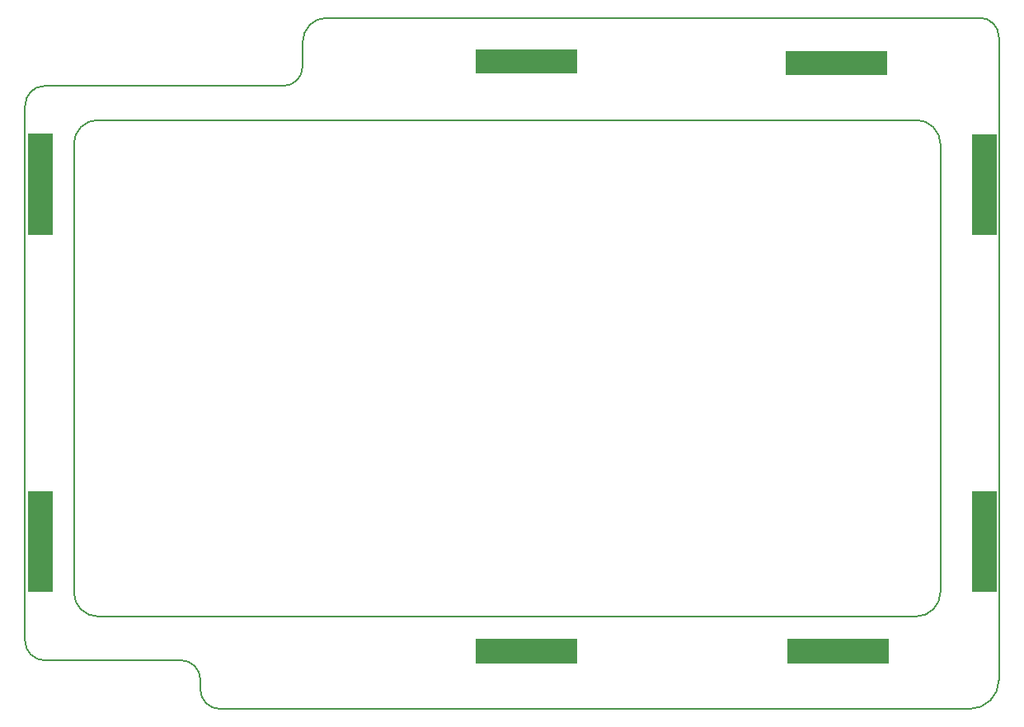
<source format=gbr>
%TF.GenerationSoftware,KiCad,Pcbnew,5.0.1*%
%TF.CreationDate,2019-01-19T14:59:23-06:00*%
%TF.ProjectId,NFCJig-TOP,4E46434A69672D544F502E6B69636164,rev?*%
%TF.SameCoordinates,Original*%
%TF.FileFunction,Soldermask,Top*%
%TF.FilePolarity,Negative*%
%FSLAX46Y46*%
G04 Gerber Fmt 4.6, Leading zero omitted, Abs format (unit mm)*
G04 Created by KiCad (PCBNEW 5.0.1) date Sat 19 Jan 2019 02:59:23 PM CST*
%MOMM*%
%LPD*%
G01*
G04 APERTURE LIST*
%ADD10C,0.150000*%
%ADD11C,0.100000*%
G04 APERTURE END LIST*
D10*
X127000000Y-134000000D02*
X204000000Y-134000000D01*
X107000000Y-127000000D02*
X107000000Y-126000000D01*
X109000000Y-129000000D02*
X110500000Y-129000000D01*
X109000000Y-129000000D02*
G75*
G02X107000000Y-127000000I0J2000000D01*
G01*
X123000000Y-129000000D02*
X110500000Y-129000000D01*
X107000000Y-72000000D02*
X107000000Y-126000000D01*
X125000000Y-132000000D02*
X125000000Y-131000000D01*
X123000000Y-129000000D02*
G75*
G02X125000000Y-131000000I0J-2000000D01*
G01*
X127000000Y-134000000D02*
G75*
G02X125000000Y-132000000I0J2000000D01*
G01*
X207000000Y-65000000D02*
X207000000Y-67000000D01*
X205000000Y-63000000D02*
X203500000Y-63000000D01*
X205000000Y-63000000D02*
G75*
G02X207000000Y-65000000I0J-2000000D01*
G01*
X203000000Y-63000000D02*
X203500000Y-63000000D01*
X138000000Y-63000000D02*
X203000000Y-63000000D01*
X135500000Y-68000000D02*
X135500000Y-65500000D01*
X135500000Y-65500000D02*
G75*
G02X138000000Y-63000000I2500000J0D01*
G01*
X107000000Y-72000000D02*
G75*
G02X109000000Y-70000000I2000000J0D01*
G01*
X109000000Y-70000000D02*
X110500000Y-70000000D01*
X133500000Y-70000000D02*
X110500000Y-70000000D01*
X135500000Y-68000000D02*
G75*
G02X133500000Y-70000000I-2000000J0D01*
G01*
X112000000Y-76000000D02*
G75*
G02X114500000Y-73500000I2500000J0D01*
G01*
X114500000Y-73500000D02*
X198500000Y-73500000D01*
X207000000Y-67000000D02*
X207000000Y-131000000D01*
X207000000Y-131000000D02*
G75*
G02X204000000Y-134000000I-3000000J0D01*
G01*
X112000000Y-122000000D02*
X112000000Y-76000000D01*
X198500000Y-124500000D02*
X114500000Y-124500000D01*
X201000000Y-76000000D02*
X201000000Y-122000000D01*
X201000000Y-122000000D02*
G75*
G02X198500000Y-124500000I-2500000J0D01*
G01*
X114500000Y-124500000D02*
G75*
G02X112000000Y-122000000I0J2500000D01*
G01*
X198500000Y-73500000D02*
G75*
G02X201000000Y-76000000I0J-2500000D01*
G01*
D11*
G36*
X195700000Y-129300000D02*
X185300000Y-129300000D01*
X185300000Y-126800000D01*
X195700000Y-126800000D01*
X195700000Y-129300000D01*
X195700000Y-129300000D01*
G37*
G36*
X163650000Y-129300000D02*
X153250000Y-129300000D01*
X153250000Y-126800000D01*
X163650000Y-126800000D01*
X163650000Y-129300000D01*
X163650000Y-129300000D01*
G37*
G36*
X206750000Y-122000000D02*
X204250000Y-122000000D01*
X204250000Y-111600000D01*
X206750000Y-111600000D01*
X206750000Y-122000000D01*
X206750000Y-122000000D01*
G37*
G36*
X109800000Y-122000000D02*
X107300000Y-122000000D01*
X107300000Y-111600000D01*
X109800000Y-111600000D01*
X109800000Y-122000000D01*
X109800000Y-122000000D01*
G37*
G36*
X206750000Y-85350000D02*
X204250000Y-85350000D01*
X204250000Y-74950000D01*
X206750000Y-74950000D01*
X206750000Y-85350000D01*
X206750000Y-85350000D01*
G37*
G36*
X109800000Y-85300000D02*
X107300000Y-85300000D01*
X107300000Y-74900000D01*
X109800000Y-74900000D01*
X109800000Y-85300000D01*
X109800000Y-85300000D01*
G37*
G36*
X195550000Y-68900000D02*
X185150000Y-68900000D01*
X185150000Y-66400000D01*
X195550000Y-66400000D01*
X195550000Y-68900000D01*
X195550000Y-68900000D01*
G37*
G36*
X163650000Y-68750000D02*
X153250000Y-68750000D01*
X153250000Y-66250000D01*
X163650000Y-66250000D01*
X163650000Y-68750000D01*
X163650000Y-68750000D01*
G37*
M02*

</source>
